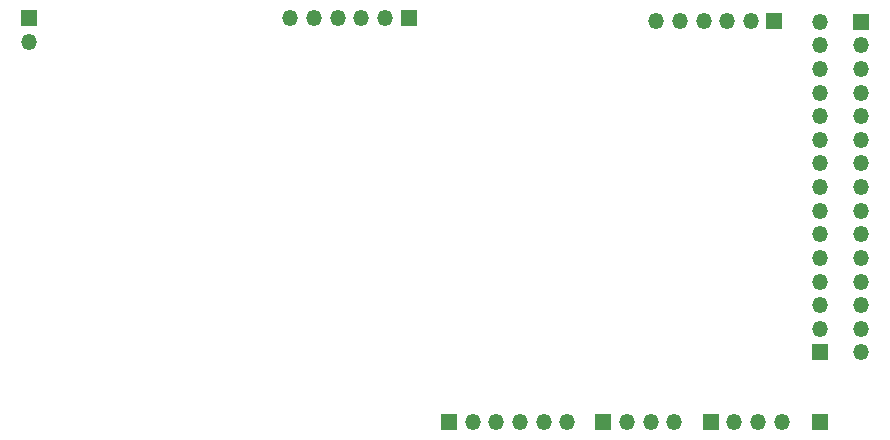
<source format=gbr>
%TF.GenerationSoftware,KiCad,Pcbnew,(6.0.0)*%
%TF.CreationDate,2023-10-14T17:08:09-04:00*%
%TF.ProjectId,Shield_Pins,53686965-6c64-45f5-9069-6e732e6b6963,rev?*%
%TF.SameCoordinates,Original*%
%TF.FileFunction,Soldermask,Bot*%
%TF.FilePolarity,Negative*%
%FSLAX46Y46*%
G04 Gerber Fmt 4.6, Leading zero omitted, Abs format (unit mm)*
G04 Created by KiCad (PCBNEW (6.0.0)) date 2023-10-14 17:08:09*
%MOMM*%
%LPD*%
G01*
G04 APERTURE LIST*
%ADD10R,1.350000X1.350000*%
%ADD11O,1.350000X1.350000*%
G04 APERTURE END LIST*
D10*
%TO.C,J4*%
X150900000Y-106425000D03*
D11*
X152900000Y-106425000D03*
X154900000Y-106425000D03*
X156900000Y-106425000D03*
%TD*%
D10*
%TO.C,J1*%
X141825000Y-106425000D03*
D11*
X143825000Y-106425000D03*
X145825000Y-106425000D03*
X147825000Y-106425000D03*
%TD*%
D10*
%TO.C,J3*%
X156300000Y-72500000D03*
D11*
X154300000Y-72500000D03*
X152300000Y-72500000D03*
X150300000Y-72500000D03*
X148300000Y-72500000D03*
X146300000Y-72500000D03*
%TD*%
D10*
%TO.C,J6*%
X125325000Y-72275000D03*
D11*
X123325000Y-72275000D03*
X121325000Y-72275000D03*
X119325000Y-72275000D03*
X117325000Y-72275000D03*
X115325000Y-72275000D03*
%TD*%
D10*
%TO.C,J2*%
X128750000Y-106425000D03*
D11*
X130750000Y-106425000D03*
X132750000Y-106425000D03*
X134750000Y-106425000D03*
X136750000Y-106425000D03*
X138750000Y-106425000D03*
%TD*%
D10*
%TO.C,J7*%
X160175000Y-100575000D03*
D11*
X160175000Y-98575000D03*
X160175000Y-96575000D03*
X160175000Y-94575000D03*
X160175000Y-92575000D03*
X160175000Y-90575000D03*
X160175000Y-88575000D03*
X160175000Y-86575000D03*
X160175000Y-84575000D03*
X160175000Y-82575000D03*
X160175000Y-80575000D03*
X160175000Y-78575000D03*
X160175000Y-76575000D03*
X160175000Y-74575000D03*
X160175000Y-72575000D03*
%TD*%
D10*
%TO.C,J8*%
X163625000Y-72575000D03*
D11*
X163625000Y-74575000D03*
X163625000Y-76575000D03*
X163625000Y-78575000D03*
X163625000Y-80575000D03*
X163625000Y-82575000D03*
X163625000Y-84575000D03*
X163625000Y-86575000D03*
X163625000Y-88575000D03*
X163625000Y-90575000D03*
X163625000Y-92575000D03*
X163625000Y-94575000D03*
X163625000Y-96575000D03*
X163625000Y-98575000D03*
X163625000Y-100575000D03*
%TD*%
D10*
%TO.C,J5*%
X160150000Y-106425000D03*
%TD*%
%TO.C,J9*%
X93200000Y-72300000D03*
D11*
X93200000Y-74300000D03*
%TD*%
M02*

</source>
